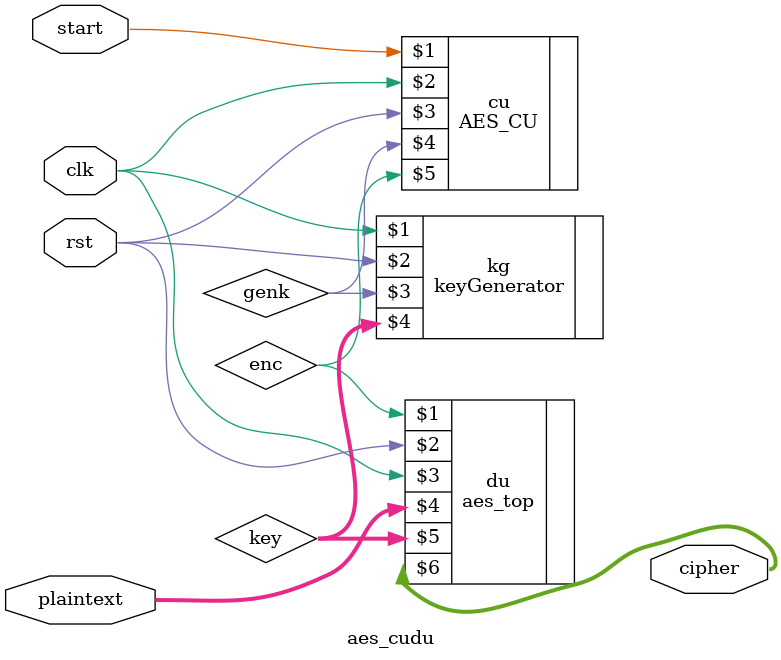
<source format=sv>
module aes_cudu(
	input start, clk, rst,
	input [127:0] plaintext,
	output [127:0] cipher
);

wire genk, enc;
wire [127:0] key;

AES_CU cu(start, clk, rst, genk, enc);
keyGenerator kg(clk, rst, genk, key);
aes_top du(enc, rst, clk, plaintext, key, cipher);

endmodule

</source>
